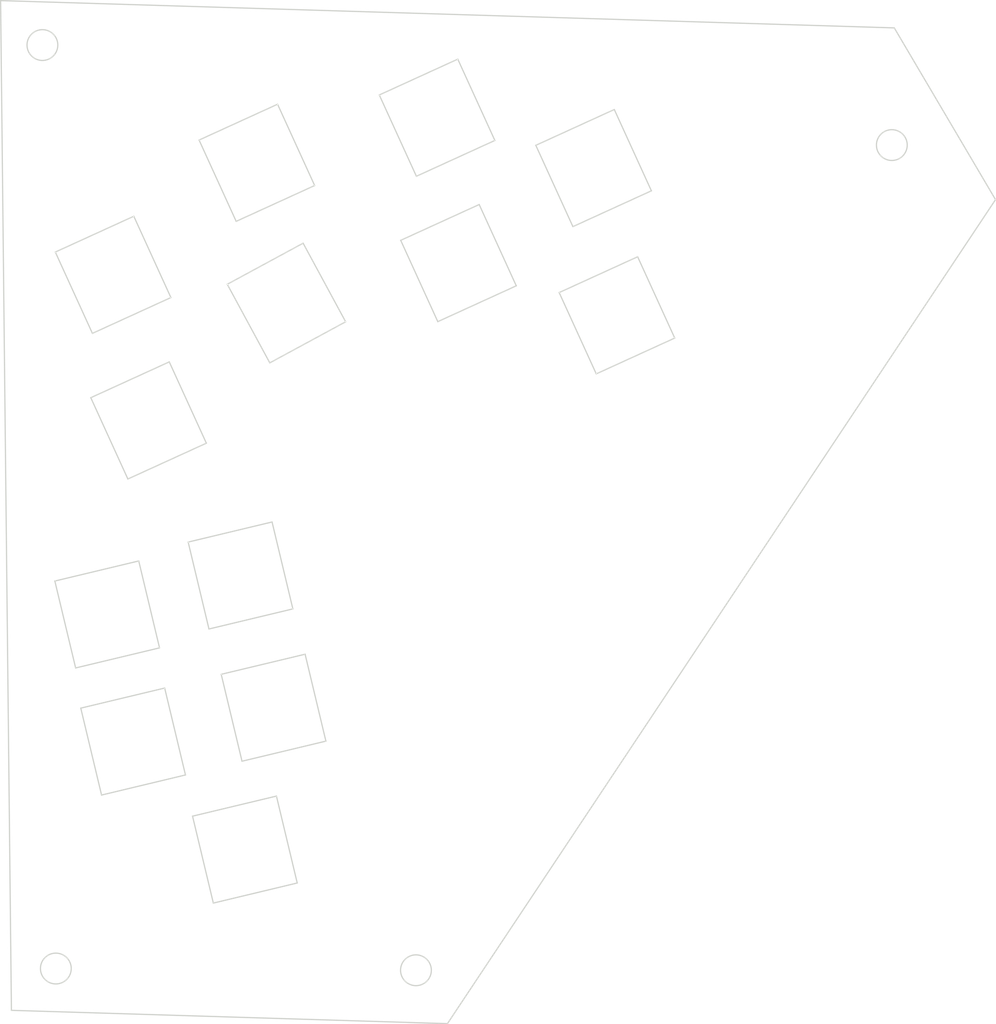
<source format=kicad_pcb>
(kicad_pcb
	(version 20240108)
	(generator "pcbnew")
	(generator_version "8.0")
	(general
		(thickness 1.6)
		(legacy_teardrops no)
	)
	(paper "A4")
	(layers
		(0 "F.Cu" signal)
		(31 "B.Cu" signal)
		(32 "B.Adhes" user "B.Adhesive")
		(33 "F.Adhes" user "F.Adhesive")
		(34 "B.Paste" user)
		(35 "F.Paste" user)
		(36 "B.SilkS" user "B.Silkscreen")
		(37 "F.SilkS" user "F.Silkscreen")
		(38 "B.Mask" user)
		(39 "F.Mask" user)
		(40 "Dwgs.User" user "User.Drawings")
		(41 "Cmts.User" user "User.Comments")
		(42 "Eco1.User" user "User.Eco1")
		(43 "Eco2.User" user "User.Eco2")
		(44 "Edge.Cuts" user)
		(45 "Margin" user)
		(46 "B.CrtYd" user "B.Courtyard")
		(47 "F.CrtYd" user "F.Courtyard")
		(48 "B.Fab" user)
		(49 "F.Fab" user)
		(50 "User.1" user)
		(51 "User.2" user)
		(52 "User.3" user)
		(53 "User.4" user)
		(54 "User.5" user)
		(55 "User.6" user)
		(56 "User.7" user)
		(57 "User.8" user)
		(58 "User.9" user)
	)
	(setup
		(pad_to_mask_clearance 0)
		(allow_soldermask_bridges_in_footprints no)
		(pcbplotparams
			(layerselection 0x00010fc_ffffffff)
			(plot_on_all_layers_selection 0x0001000_80000001)
			(disableapertmacros no)
			(usegerberextensions yes)
			(usegerberattributes no)
			(usegerberadvancedattributes no)
			(creategerberjobfile no)
			(dashed_line_dash_ratio 12.000000)
			(dashed_line_gap_ratio 3.000000)
			(svgprecision 4)
			(plotframeref no)
			(viasonmask no)
			(mode 1)
			(useauxorigin no)
			(hpglpennumber 1)
			(hpglpenspeed 20)
			(hpglpendiameter 15.000000)
			(pdf_front_fp_property_popups yes)
			(pdf_back_fp_property_popups yes)
			(dxfpolygonmode yes)
			(dxfimperialunits yes)
			(dxfusepcbnewfont yes)
			(psnegative no)
			(psa4output no)
			(plotreference yes)
			(plotvalue no)
			(plotfptext yes)
			(plotinvisibletext no)
			(sketchpadsonfab no)
			(subtractmaskfromsilk yes)
			(outputformat 1)
			(mirror no)
			(drillshape 0)
			(scaleselection 1)
			(outputdirectory "build/")
		)
	)
	(net 0 "")
	(gr_line
		(start 43.8 20.54)
		(end 45.553433 184.367642)
		(stroke
			(width 0.2)
			(type default)
		)
		(layer "Edge.Cuts")
		(uuid "004b8b3d-0ef3-4c36-8ff1-c678a926892e")
	)
	(gr_circle
		(center 52.763729 177.584455)
		(end 55.263729 177.584455)
		(stroke
			(width 0.2)
			(type default)
		)
		(fill none)
		(layer "Edge.Cuts")
		(uuid "0b55661e-3bd3-45a8-b4ca-59b9907d4682")
	)
	(gr_line
		(start 52.60021 114.713767)
		(end 66.215594 111.454737)
		(stroke
			(width 0.2)
			(type default)
		)
		(layer "Edge.Cuts")
		(uuid "0d7d391d-c28e-4d7f-95dd-1fdf7db60f54")
	)
	(gr_line
		(start 77.614077 122.492633)
		(end 74.238652 108.390979)
		(stroke
			(width 0.2)
			(type default)
		)
		(layer "Edge.Cuts")
		(uuid "0fed0ffe-3a1a-462a-b01a-9fd3450cbda5")
	)
	(gr_line
		(start 149.415761 51.397557)
		(end 136.679313 57.209867)
		(stroke
			(width 0.2)
			(type default)
		)
		(layer "Edge.Cuts")
		(uuid "112f0d17-060d-4c2b-950d-1efb4e806012")
	)
	(gr_line
		(start 205.268913 52.829499)
		(end 188.837081 24.966829)
		(stroke
			(width 0.2)
			(type default)
		)
		(layer "Edge.Cuts")
		(uuid "1bebd56a-6394-4f96-87e2-a9442debecbb")
	)
	(gr_line
		(start 136.679313 57.209867)
		(end 130.659424 44.018548)
		(stroke
			(width 0.2)
			(type default)
		)
		(layer "Edge.Cuts")
		(uuid "1f152fc8-0230-42be-bc6b-93905a3fd1c3")
	)
	(gr_line
		(start 111.277478 49.038635)
		(end 105.257583 35.847319)
		(stroke
			(width 0.2)
			(type default)
		)
		(layer "Edge.Cuts")
		(uuid "2252a9e6-d336-407a-8e1b-7483d084da7f")
	)
	(gr_line
		(start 66.215594 111.454737)
		(end 69.591017 125.556388)
		(stroke
			(width 0.2)
			(type default)
		)
		(layer "Edge.Cuts")
		(uuid "24e31779-b2b1-4f10-88d6-c340a1aa3291")
	)
	(gr_line
		(start 121.468163 53.621921)
		(end 127.488052 66.813238)
		(stroke
			(width 0.2)
			(type default)
		)
		(layer "Edge.Cuts")
		(uuid "2623a084-8255-4b07-8252-f447c8aedab2")
	)
	(gr_line
		(start 79.601646 129.846198)
		(end 93.217028 126.58717)
		(stroke
			(width 0.2)
			(type default)
		)
		(layer "Edge.Cuts")
		(uuid "270d4745-8f85-4841-ba8f-1a6e36640a89")
	)
	(gr_line
		(start 134.448654 67.909566)
		(end 147.185097 62.097254)
		(stroke
			(width 0.2)
			(type default)
		)
		(layer "Edge.Cuts")
		(uuid "27a30fb1-34bd-483d-a4a4-6fe41e83b193")
	)
	(gr_line
		(start 60.184278 149.436227)
		(end 56.808844 135.334583)
		(stroke
			(width 0.2)
			(type default)
		)
		(layer "Edge.Cuts")
		(uuid "2f197686-11a3-471c-ae0d-98c7074fba30")
	)
	(gr_line
		(start 143.395867 38.206236)
		(end 149.415761 51.397557)
		(stroke
			(width 0.2)
			(type default)
		)
		(layer "Edge.Cuts")
		(uuid "3f84a60f-4173-4b8d-8d13-a5b02662d679")
	)
	(gr_line
		(start 58.697275 74.529366)
		(end 52.677381 61.338048)
		(stroke
			(width 0.2)
			(type default)
		)
		(layer "Edge.Cuts")
		(uuid "411771e0-b9af-4123-b792-9fc69354965d")
	)
	(gr_line
		(start 71.17051 79.154432)
		(end 77.190405 92.345751)
		(stroke
			(width 0.2)
			(type default)
		)
		(layer "Edge.Cuts")
		(uuid "47b4380e-6f26-4066-a3b0-106604d0184c")
	)
	(gr_line
		(start 77.190405 92.345751)
		(end 64.453953 98.158063)
		(stroke
			(width 0.2)
			(type default)
		)
		(layer "Edge.Cuts")
		(uuid "49ea3e2f-8e4e-44a3-93ab-03f6e9356c0d")
	)
	(gr_line
		(start 93.217028 126.58717)
		(end 96.59246 140.688816)
		(stroke
			(width 0.2)
			(type default)
		)
		(layer "Edge.Cuts")
		(uuid "4a068e7f-1b79-4d93-83e7-0bd9f25c7b2f")
	)
	(gr_line
		(start 87.485301 79.31471)
		(end 80.582127 66.563389)
		(stroke
			(width 0.2)
			(type default)
		)
		(layer "Edge.Cuts")
		(uuid "4b44bff0-ac30-4ee7-8d50-885e4cf66893")
	)
	(gr_line
		(start 124.01392 43.226325)
		(end 111.277478 49.038635)
		(stroke
			(width 0.2)
			(type default)
		)
		(layer "Edge.Cuts")
		(uuid "55d0188e-174c-4b54-8516-acaa316a52b4")
	)
	(gr_line
		(start 55.975633 128.81542)
		(end 52.60021 114.713767)
		(stroke
			(width 0.2)
			(type default)
		)
		(layer "Edge.Cuts")
		(uuid "5709129b-5e0a-4c46-a697-1d45b712d901")
	)
	(gr_line
		(start 45.553433 184.367642)
		(end 116.315967 186.52746)
		(stroke
			(width 0.2)
			(type default)
		)
		(layer "Edge.Cuts")
		(uuid "5c07b31a-1aab-4370-933b-7bf39cf11af9")
	)
	(gr_line
		(start 92.893748 59.898256)
		(end 99.796926 72.649578)
		(stroke
			(width 0.2)
			(type default)
		)
		(layer "Edge.Cuts")
		(uuid "5f27967c-f804-44c4-943b-b7fe61da788e")
	)
	(gr_line
		(start 140.468542 81.100884)
		(end 134.448654 67.909566)
		(stroke
			(width 0.2)
			(type default)
		)
		(layer "Edge.Cuts")
		(uuid "638f4c37-850a-4f31-98dd-2520896527a0")
	)
	(gr_line
		(start 91.939271 163.705301)
		(end 78.323889 166.964338)
		(stroke
			(width 0.2)
			(type default)
		)
		(layer "Edge.Cuts")
		(uuid "645b4e35-4501-44c2-ad5e-42c1b3aa7d74")
	)
	(gr_line
		(start 82.03 56.354457)
		(end 76.010107 43.163138)
		(stroke
			(width 0.2)
			(type default)
		)
		(layer "Edge.Cuts")
		(uuid "653fbcb4-2a56-483f-b44b-15293f79f1a0")
	)
	(gr_circle
		(center 111.207268 177.864883)
		(end 113.707268 177.864883)
		(stroke
			(width 0.2)
			(type default)
		)
		(fill none)
		(layer "Edge.Cuts")
		(uuid "6e0d56bd-412a-4c0b-a8a1-934cdac9599e")
	)
	(gr_line
		(start 76.010107 43.163138)
		(end 88.746552 37.350826)
		(stroke
			(width 0.2)
			(type default)
		)
		(layer "Edge.Cuts")
		(uuid "6e5dca65-aabd-4a70-a47c-99d83c85cecf")
	)
	(gr_line
		(start 73.79966 146.177194)
		(end 60.184278 149.436227)
		(stroke
			(width 0.2)
			(type default)
		)
		(layer "Edge.Cuts")
		(uuid "7073b174-c1a5-4489-b9cd-19bb0db2210e")
	)
	(gr_line
		(start 99.796926 72.649578)
		(end 87.485301 79.31471)
		(stroke
			(width 0.2)
			(type default)
		)
		(layer "Edge.Cuts")
		(uuid "733cbc1e-d1d7-46b4-bdeb-c427087e8ef3")
	)
	(gr_line
		(start 70.424226 132.075546)
		(end 73.79966 146.177194)
		(stroke
			(width 0.2)
			(type default)
		)
		(layer "Edge.Cuts")
		(uuid "75c7831e-35f6-4b23-90dc-544ba09238d3")
	)
	(gr_line
		(start 80.582127 66.563389)
		(end 92.893748 59.898256)
		(stroke
			(width 0.2)
			(type default)
		)
		(layer "Edge.Cuts")
		(uuid "7f0090e3-eb56-4eae-abc8-2ae266ef36c8")
	)
	(gr_line
		(start 71.433718 68.717056)
		(end 58.697275 74.529366)
		(stroke
			(width 0.2)
			(type default)
		)
		(layer "Edge.Cuts")
		(uuid "80f28c0b-3d1b-40cc-bf39-7fc7a5cbbb39")
	)
	(gr_line
		(start 88.746552 37.350826)
		(end 94.766445 50.542146)
		(stroke
			(width 0.2)
			(type default)
		)
		(layer "Edge.Cuts")
		(uuid "8373c1e4-67cc-479d-9400-3fd0c2f2aeb2")
	)
	(gr_line
		(start 130.659424 44.018548)
		(end 143.395867 38.206236)
		(stroke
			(width 0.2)
			(type default)
		)
		(layer "Edge.Cuts")
		(uuid "88d94cc9-0f0f-406e-8a46-fd4dde9bc5cf")
	)
	(gr_line
		(start 108.731714 59.434231)
		(end 121.468163 53.621921)
		(stroke
			(width 0.2)
			(type default)
		)
		(layer "Edge.Cuts")
		(uuid "891d7841-c732-4942-ad13-66f2fff535e9")
	)
	(gr_line
		(start 127.488052 66.813238)
		(end 114.751609 72.625549)
		(stroke
			(width 0.2)
			(type default)
		)
		(layer "Edge.Cuts")
		(uuid "8cd95d4e-9c83-4cab-8a9e-4e8cfe89d3b8")
	)
	(gr_line
		(start 116.315967 186.52746)
		(end 205.268913 52.829499)
		(stroke
			(width 0.2)
			(type default)
		)
		(layer "Edge.Cuts")
		(uuid "9232a3dd-8ba9-4f56-8e8f-1d9de5647608")
	)
	(gr_line
		(start 188.837081 24.966829)
		(end 43.8 20.54)
		(stroke
			(width 0.2)
			(type default)
		)
		(layer "Edge.Cuts")
		(uuid "99454b33-d25a-41bf-a312-0fae5bd83761")
	)
	(gr_line
		(start 88.563851 149.603648)
		(end 91.939271 163.705301)
		(stroke
			(width 0.2)
			(type default)
		)
		(layer "Edge.Cuts")
		(uuid "99a3c997-974c-446e-a751-0771aac2a043")
	)
	(gr_line
		(start 114.751609 72.625549)
		(end 108.731714 59.434231)
		(stroke
			(width 0.2)
			(type default)
		)
		(layer "Edge.Cuts")
		(uuid "9d0ff5f1-1fa6-4e8c-93c0-fc9e60b68db8")
	)
	(gr_line
		(start 58.434065 84.966742)
		(end 71.17051 79.154432)
		(stroke
			(width 0.2)
			(type default)
		)
		(layer "Edge.Cuts")
		(uuid "9f79e2ee-aa89-4693-8e4a-e111e9c02fd1")
	)
	(gr_line
		(start 117.994027 30.035009)
		(end 124.01392 43.226325)
		(stroke
			(width 0.2)
			(type default)
		)
		(layer "Edge.Cuts")
		(uuid "a00ca480-ae84-46a6-a42e-b7afd9fab08a")
	)
	(gr_line
		(start 69.591017 125.556388)
		(end 55.975633 128.81542)
		(stroke
			(width 0.2)
			(type default)
		)
		(layer "Edge.Cuts")
		(uuid "a162aade-b436-42b6-bf09-c90220cb2c21")
	)
	(gr_line
		(start 96.59246 140.688816)
		(end 82.977075 143.947849)
		(stroke
			(width 0.2)
			(type default)
		)
		(layer "Edge.Cuts")
		(uuid "a30e784a-d543-400f-9bfc-6af04a9b2311")
	)
	(gr_circle
		(center 50.583187 27.750297)
		(end 53.083187 27.750297)
		(stroke
			(width 0.2)
			(type default)
		)
		(fill none)
		(layer "Edge.Cuts")
		(uuid "a7820001-4872-4670-a492-479c5fd3f27e")
	)
	(gr_line
		(start 74.238652 108.390979)
		(end 87.854034 105.131947)
		(stroke
			(width 0.2)
			(type default)
		)
		(layer "Edge.Cuts")
		(uuid "a9b1c599-10e8-4fc5-9709-3ad145be8f7a")
	)
	(gr_line
		(start 65.413825 55.525738)
		(end 71.433718 68.717056)
		(stroke
			(width 0.2)
			(type default)
		)
		(layer "Edge.Cuts")
		(uuid "a9d75344-34db-477a-ae2c-9cc9c5e4306d")
	)
	(gr_line
		(start 78.323889 166.964338)
		(end 74.948464 152.862688)
		(stroke
			(width 0.2)
			(type default)
		)
		(layer "Edge.Cuts")
		(uuid "ad1bc0aa-15e0-42d2-8c9d-24bb59a91e7d")
	)
	(gr_line
		(start 56.808844 135.334583)
		(end 70.424226 132.075546)
		(stroke
			(width 0.2)
			(type default)
		)
		(layer "Edge.Cuts")
		(uuid "b1e903f4-5c0b-439f-afd1-3086cbf18f58")
	)
	(gr_line
		(start 94.766445 50.542146)
		(end 82.03 56.354457)
		(stroke
			(width 0.2)
			(type default)
		)
		(layer "Edge.Cuts")
		(uuid "b2ec3b21-7725-4bd2-8758-edb132c64029")
	)
	(gr_line
		(start 52.677381 61.338048)
		(end 65.413825 55.525738)
		(stroke
			(width 0.2)
			(type default)
		)
		(layer "Edge.Cuts")
		(uuid "b45d3842-d1c0-4092-87a6-d6491a9fe9fd")
	)
	(gr_line
		(start 74.948464 152.862688)
		(end 88.563851 149.603648)
		(stroke
			(width 0.2)
			(type default)
		)
		(layer "Edge.Cuts")
		(uuid "c47b6976-69f8-4947-8d22-505890ca14d6")
	)
	(gr_line
		(start 105.257583 35.847319)
		(end 117.994027 30.035009)
		(stroke
			(width 0.2)
			(type default)
		)
		(layer "Edge.Cuts")
		(uuid "c7df1d3d-d444-4d0a-9918-e867905671f5")
	)
	(gr_line
		(start 87.854034 105.131947)
		(end 91.229463 119.233602)
		(stroke
			(width 0.2)
			(type default)
		)
		(layer "Edge.Cuts")
		(uuid "c91c025a-49aa-4a21-9cfa-c6f71781e60c")
	)
	(gr_line
		(start 153.204991 75.288575)
		(end 140.468542 81.100884)
		(stroke
			(width 0.2)
			(type default)
		)
		(layer "Edge.Cuts")
		(uuid "da6fe533-2f77-4ccb-b310-a9d08f1a7976")
	)
	(gr_line
		(start 64.453953 98.158063)
		(end 58.434065 84.966742)
		(stroke
			(width 0.2)
			(type default)
		)
		(layer "Edge.Cuts")
		(uuid "e01bdf5c-e5ad-4e8b-9b3d-5710bfb6a25d")
	)
	(gr_circle
		(center 188.439358 43.978048)
		(end 190.939358 43.978048)
		(stroke
			(width 0.2)
			(type default)
		)
		(fill none)
		(layer "Edge.Cuts")
		(uuid "e70718f3-6897-4bd5-b8fd-6705aca9cb00")
	)
	(gr_line
		(start 82.977075 143.947849)
		(end 79.601646 129.846198)
		(stroke
			(width 0.2)
			(type default)
		)
		(layer "Edge.Cuts")
		(uuid "e783a02c-9103-4e81-94e8-8dd3979332b8")
	)
	(gr_line
		(start 91.229463 119.233602)
		(end 77.614077 122.492633)
		(stroke
			(width 0.2)
			(type default)
		)
		(layer "Edge.Cuts")
		(uuid "ef707863-744b-43d2-b297-84802340cb7b")
	)
	(gr_line
		(start 147.185097 62.097254)
		(end 153.204991 75.288575)
		(stroke
			(width 0.2)
			(type default)
		)
		(layer "Edge.Cuts")
		(uuid "f0a753fa-7a31-451e-9650-96dbd9f8b77c")
	)
	(group ""
		(uuid "e848211e-029b-4322-9d52-857054cff7d9")
		(members "004b8b3d-0ef3-4c36-8ff1-c678a926892e" "0b55661e-3bd3-45a8-b4ca-59b9907d4682"
			"0d7d391d-c28e-4d7f-95dd-1fdf7db60f54" "0fed0ffe-3a1a-462a-b01a-9fd3450cbda5"
			"112f0d17-060d-4c2b-950d-1efb4e806012" "1bebd56a-6394-4f96-87e2-a9442debecbb"
			"1f152fc8-0230-42be-bc6b-93905a3fd1c3" "2252a9e6-d336-407a-8e1b-7483d084da7f"
			"24e31779-b2b1-4f10-88d6-c340a1aa3291" "2623a084-8255-4b07-8252-f447c8aedab2"
			"270d4745-8f85-4841-ba8f-1a6e36640a89" "27a30fb1-34bd-483d-a4a4-6fe41e83b193"
			"2f197686-11a3-471c-ae0d-98c7074fba30" "3f84a60f-4173-4b8d-8d13-a5b02662d679"
			"411771e0-b9af-4123-b792-9fc69354965d" "47b4380e-6f26-4066-a3b0-106604d0184c"
			"49ea3e2f-8e4e-44a3-93ab-03f6e9356c0d" "4a068e7f-1b79-4d93-83e7-0bd9f25c7b2f"
			"4b44bff0-ac30-4ee7-8d50-885e4cf66893" "55d0188e-174c-4b54-8516-acaa316a52b4"
			"5709129b-5e0a-4c46-a697-1d45b712d901" "5c07b31a-1aab-4370-933b-7bf39cf11af9"
			"5f27967c-f804-44c4-943b-b7fe61da788e" "638f4c37-850a-4f31-98dd-2520896527a0"
			"645b4e35-4501-44c2-ad5e-42c1b3aa7d74" "653fbcb4-2a56-483f-b44b-15293f79f1a0"
			"6e0d56bd-412a-4c0b-a8a1-934cdac9599e" "6e5dca65-aabd-4a70-a47c-99d83c85cecf"
			"7073b174-c1a5-4489-b9cd-19bb0db2210e" "733cbc1e-d1d7-46b4-bdeb-c427087e8ef3"
			"75c7831e-35f6-4b23-90dc-544ba09238d3" "7f0090e3-eb56-4eae-abc8-2ae266ef36c8"
			"80f28c0b-3d1b-40cc-bf39-7fc7a5cbbb39" "8373c1e4-67cc-479d-9400-3fd0c2f2aeb2"
			"88d94cc9-0f0f-406e-8a46-fd4dde9bc5cf" "891d7841-c732-4942-ad13-66f2fff535e9"
			"8cd95d4e-9c83-4cab-8a9e-4e8cfe89d3b8" "9232a3dd-8ba9-4f56-8e8f-1d9de5647608"
			"99454b33-d25a-41bf-a312-0fae5bd83761" "99a3c997-974c-446e-a751-0771aac2a043"
			"9d0ff5f1-1fa6-4e8c-93c0-fc9e60b68db8" "9f79e2ee-aa89-4693-8e4a-e111e9c02fd1"
			"a00ca480-ae84-46a6-a42e-b7afd9fab08a" "a162aade-b436-42b6-bf09-c90220cb2c21"
			"a30e784a-d543-400f-9bfc-6af04a9b2311" "a7820001-4872-4670-a492-479c5fd3f27e"
			"a9b1c599-10e8-4fc5-9709-3ad145be8f7a" "a9d75344-34db-477a-ae2c-9cc9c5e4306d"
			"ad1bc0aa-15e0-42d2-8c9d-24bb59a91e7d" "b1e903f4-5c0b-439f-afd1-3086cbf18f58"
			"b2ec3b21-7725-4bd2-8758-edb132c64029" "b45d3842-d1c0-4092-87a6-d6491a9fe9fd"
			"c47b6976-69f8-4947-8d22-505890ca14d6" "c7df1d3d-d444-4d0a-9918-e867905671f5"
			"c91c025a-49aa-4a21-9cfa-c6f71781e60c" "da6fe533-2f77-4ccb-b310-a9d08f1a7976"
			"e01bdf5c-e5ad-4e8b-9b3d-5710bfb6a25d" "e70718f3-6897-4bd5-b8fd-6705aca9cb00"
			"e783a02c-9103-4e81-94e8-8dd3979332b8" "ef707863-744b-43d2-b297-84802340cb7b"
			"f0a753fa-7a31-451e-9650-96dbd9f8b77c"
		)
	)
)

</source>
